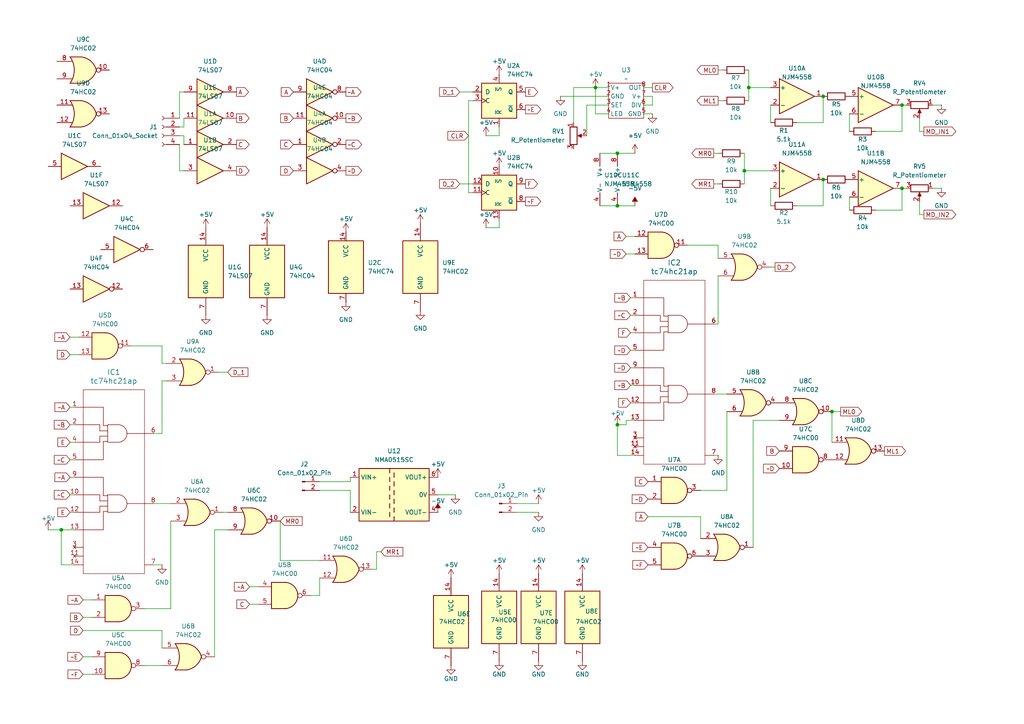
<source format=kicad_sch>
(kicad_sch (version 20231120) (generator "eeschema") (generator_version "8.0")
  (paper "A4")
  (junction (at 179.07 123.19))
  (junction (at 215.9 49.53))
  (junction (at 241.3 119.38))
  (junction (at 238.76 27.94))
  (junction (at 261.62 30.48))
  (junction (at 217.17 25.4))
  (junction (at 179.07 59.69))
  (junction (at 238.76 52.07))
  (junction (at 172.72 25.4))
  (junction (at 179.07 44.45))
  (junction (at 17.78 153.67))
  (junction (at 261.62 54.61))
  (wire (pts (xy 21.6154 118.11) (xy 20.3454 118.11)))
  (wire (pts (xy 109.22 160.02) (xy 109.22 165.1)))
  (wire (pts (xy 90.17 172.72) (xy 92.71 172.72)))
  (wire (pts (xy 186.69 30.48) (xy 189.23 30.48)))
  (wire (pts (xy 189.23 30.48) (xy 189.23 27.94)))
  (wire (pts (xy 44.4754 163.83) (xy 46.99 163.83)))
  (wire (pts (xy 181.61 121.92) (xy 184.1754 121.92)))
  (wire (pts (xy 173.99 44.45) (xy 179.07 44.45)))
  (wire (pts (xy 21.6154 143.51) (xy 20.3454 143.51)))
  (wire (pts (xy 13.97 153.67) (xy 17.78 153.67)))
  (wire (pts (xy 241.3 119.38) (xy 241.3 128.27)))
  (wire (pts (xy 181.61 123.19) (xy 181.61 121.92)))
  (wire (pts (xy 218.44 121.92) (xy 218.44 158.75)))
  (wire (pts (xy 184.1754 106.68) (xy 182.9054 106.68)))
  (wire (pts (xy 17.78 153.67) (xy 17.78 163.83)))
  (wire (pts (xy 20.32 102.87) (xy 22.86 102.87)))
  (wire (pts (xy 181.61 68.58) (xy 184.15 68.58)))
  (wire (pts (xy 266.7 62.23) (xy 266.7 58.42)))
  (wire (pts (xy 270.51 30.48) (xy 273.05 30.48)))
  (wire (pts (xy 72.39 175.26) (xy 74.93 175.26)))
  (wire (pts (xy 21.6154 123.19) (xy 20.3454 123.19)))
  (wire (pts (xy 166.37 25.4) (xy 172.72 25.4)))
  (wire (pts (xy 24.13 182.88) (xy 46.99 182.88)))
  (wire (pts (xy 52.07 26.67) (xy 53.34 26.67)))
  (wire (pts (xy 217.17 29.21) (xy 217.17 25.4)))
  (wire (pts (xy 101.6 142.24) (xy 101.6 148.59)))
  (wire (pts (xy 49.53 151.13) (xy 49.53 176.53)))
  (wire (pts (xy 208.28 80.01) (xy 208.28 93.98)))
  (wire (pts (xy 217.17 25.4) (xy 223.52 25.4)))
  (wire (pts (xy 186.69 25.4) (xy 189.23 25.4)))
  (wire (pts (xy 41.91 193.04) (xy 46.99 193.04)))
  (wire (pts (xy 46.99 187.96) (xy 46.99 182.88)))
  (wire (pts (xy 238.76 59.69) (xy 238.76 52.07)))
  (wire (pts (xy 217.17 20.32) (xy 217.17 25.4)))
  (wire (pts (xy 52.07 34.29) (xy 52.07 26.67)))
  (wire (pts (xy 267.97 62.23) (xy 266.7 62.23)))
  (wire (pts (xy 135.89 55.88) (xy 137.16 55.88)))
  (wire (pts (xy 270.51 54.61) (xy 273.05 54.61)))
  (wire (pts (xy 21.6154 128.27) (xy 20.3454 128.27)))
  (wire (pts (xy 241.3 119.38) (xy 243.84 119.38)))
  (wire (pts (xy 208.28 93.98) (xy 207.0354 93.98)))
  (wire (pts (xy 46.99 125.73) (xy 44.4754 125.73)))
  (wire (pts (xy 172.72 33.02) (xy 172.72 25.4)))
  (wire (pts (xy 261.62 30.48) (xy 262.89 30.48)))
  (wire (pts (xy 181.61 123.19) (xy 179.07 123.19)))
  (wire (pts (xy 62.23 153.67) (xy 66.04 153.67)))
  (wire (pts (xy 24.13 173.99) (xy 26.67 173.99)))
  (wire (pts (xy 127 143.51) (xy 132.08 143.51)))
  (wire (pts (xy 218.44 121.92) (xy 226.06 121.92)))
  (wire (pts (xy 44.45 146.05) (xy 49.53 146.05)))
  (wire (pts (xy 186.69 33.02) (xy 189.23 33.02)))
  (wire (pts (xy 208.28 29.21) (xy 209.55 29.21)))
  (wire (pts (xy 231.14 59.69) (xy 238.76 59.69)))
  (wire (pts (xy 261.62 54.61) (xy 262.89 54.61)))
  (wire (pts (xy 173.99 59.69) (xy 179.07 59.69)))
  (wire (pts (xy 21.6154 153.67) (xy 17.78 153.67)))
  (wire (pts (xy 166.37 35.56) (xy 166.37 25.4)))
  (wire (pts (xy 184.1754 91.44) (xy 182.9054 91.44)))
  (wire (pts (xy 184.1754 111.76) (xy 182.9054 111.76)))
  (wire (pts (xy 254 60.96) (xy 261.62 60.96)))
  (wire (pts (xy 199.39 71.12) (xy 208.28 71.12)))
  (wire (pts (xy 203.2 149.86) (xy 203.2 156.21)))
  (wire (pts (xy 266.7 38.1) (xy 266.7 34.29)))
  (wire (pts (xy 109.22 165.1) (xy 107.95 165.1)))
  (wire (pts (xy 215.9 49.53) (xy 223.52 49.53)))
  (wire (pts (xy 140.97 66.04) (xy 144.78 66.04)))
  (wire (pts (xy 52.07 36.83) (xy 53.34 36.83)))
  (wire (pts (xy 17.78 163.83) (xy 21.6154 163.83)))
  (wire (pts (xy 179.07 123.19) (xy 179.07 132.08)))
  (wire (pts (xy 137.16 29.21) (xy 135.89 29.21)))
  (wire (pts (xy 21.6154 148.59) (xy 20.3454 148.59)))
  (wire (pts (xy 162.56 27.94) (xy 176.53 27.94)))
  (wire (pts (xy 24.13 179.07) (xy 26.67 179.07)))
  (wire (pts (xy 179.07 44.45) (xy 184.15 44.45)))
  (wire (pts (xy 52.07 49.53) (xy 53.34 49.53)))
  (wire (pts (xy 170.18 39.37) (xy 170.18 30.48)))
  (wire (pts (xy 223.52 77.47) (xy 224.79 77.47)))
  (wire (pts (xy 49.53 176.53) (xy 41.91 176.53)))
  (wire (pts (xy 21.6154 138.43) (xy 20.3454 138.43)))
  (wire (pts (xy 210.82 119.38) (xy 210.82 142.24)))
  (wire (pts (xy 46.99 100.33) (xy 38.1 100.33)))
  (wire (pts (xy 179.07 59.69) (xy 184.15 59.69)))
  (wire (pts (xy 46.99 110.49) (xy 46.99 125.73)))
  (wire (pts (xy 179.07 132.08) (xy 184.1754 132.08)))
  (wire (pts (xy 135.89 29.21) (xy 135.89 55.88)))
  (wire (pts (xy 261.62 30.48) (xy 261.62 38.1)))
  (wire (pts (xy 223.52 30.48) (xy 223.52 35.56)))
  (wire (pts (xy 172.72 25.4) (xy 176.53 25.4)))
  (wire (pts (xy 92.71 139.7) (xy 101.6 139.7)))
  (wire (pts (xy 184.1754 116.84) (xy 182.9054 116.84)))
  (wire (pts (xy 101.6 139.7) (xy 101.6 138.43)))
  (wire (pts (xy 64.77 148.59) (xy 66.04 148.59)))
  (wire (pts (xy 210.82 142.24) (xy 203.2 142.24)))
  (wire (pts (xy 53.34 39.37) (xy 53.34 41.91)))
  (wire (pts (xy 62.23 190.5) (xy 62.23 153.67)))
  (wire (pts (xy 184.1754 101.6) (xy 182.9054 101.6)))
  (wire (pts (xy 176.53 33.02) (xy 172.72 33.02)))
  (wire (pts (xy 231.14 35.56) (xy 238.76 35.56)))
  (wire (pts (xy 149.86 148.59) (xy 156.21 148.59)))
  (wire (pts (xy 208.28 20.32) (xy 209.55 20.32)))
  (wire (pts (xy 140.97 39.37) (xy 144.78 39.37)))
  (wire (pts (xy 133.35 26.67) (xy 137.16 26.67)))
  (wire (pts (xy 66.04 107.95) (xy 63.5 107.95)))
  (wire (pts (xy 149.86 146.05) (xy 156.21 146.05)))
  (wire (pts (xy 266.7 38.1) (xy 267.97 38.1)))
  (wire (pts (xy 170.18 30.48) (xy 176.53 30.48)))
  (wire (pts (xy 208.28 71.12) (xy 208.28 74.93)))
  (wire (pts (xy 207.0354 132.08) (xy 208.28 132.08)))
  (wire (pts (xy 207.01 53.34) (xy 208.28 53.34)))
  (wire (pts (xy 223.52 54.61) (xy 223.52 59.69)))
  (wire (pts (xy 215.9 49.53) (xy 215.9 53.34)))
  (wire (pts (xy 52.07 41.91) (xy 52.07 49.53)))
  (wire (pts (xy 53.34 39.37) (xy 52.07 39.37)))
  (wire (pts (xy 53.34 36.83) (xy 53.34 34.29)))
  (wire (pts (xy 24.13 190.5) (xy 26.67 190.5)))
  (wire (pts (xy 184.1754 96.52) (xy 182.9054 96.52)))
  (wire (pts (xy 72.39 170.18) (xy 74.93 170.18)))
  (wire (pts (xy 246.38 33.02) (xy 246.38 38.1)))
  (wire (pts (xy 187.96 149.86) (xy 203.2 149.86)))
  (wire (pts (xy 207.01 114.3) (xy 210.82 114.3)))
  (wire (pts (xy 144.78 39.37) (xy 144.78 36.83)))
  (wire (pts (xy 46.99 110.49) (xy 48.26 110.49)))
  (wire (pts (xy 20.32 97.79) (xy 22.86 97.79)))
  (wire (pts (xy 184.1754 86.36) (xy 182.9054 86.36)))
  (wire (pts (xy 92.71 142.24) (xy 101.6 142.24)))
  (wire (pts (xy 186.69 27.94) (xy 189.23 27.94)))
  (wire (pts (xy 21.6154 133.35) (xy 20.3454 133.35)))
  (wire (pts (xy 254 38.1) (xy 261.62 38.1)))
  (wire (pts (xy 246.38 57.15) (xy 246.38 60.96)))
  (wire (pts (xy 181.61 73.66) (xy 184.15 73.66)))
  (wire (pts (xy 144.78 66.04) (xy 144.78 63.5)))
  (wire (pts (xy 81.28 162.56) (xy 92.71 162.56)))
  (wire (pts (xy 46.99 105.41) (xy 48.26 105.41)))
  (wire (pts (xy 24.13 195.58) (xy 26.67 195.58)))
  (wire (pts (xy 46.99 105.41) (xy 46.99 100.33)))
  (wire (pts (xy 215.9 44.45) (xy 215.9 49.53)))
  (wire (pts (xy 238.76 35.56) (xy 238.76 27.94)))
  (wire (pts (xy 109.22 160.02) (xy 110.49 160.02)))
  (wire (pts (xy 207.01 44.45) (xy 208.28 44.45)))
  (wire (pts (xy 133.35 53.34) (xy 137.16 53.34)))
  (wire (pts (xy 92.71 172.72) (xy 92.71 167.64)))
  (wire (pts (xy 81.28 151.13) (xy 81.28 162.56)))
  (wire (pts (xy 261.62 54.61) (xy 261.62 60.96)))
  (global_label "ML1" (shape output) (at 256.54 130.81 0) (property "Intersheetrefs" "${INTERSHEET_REFS}" (effects (hide yes))))
  (global_label "~D" (shape input) (at 187.96 144.78 180) (property "Intersheetrefs" "${INTERSHEET_REFS}" (effects (hide yes))))
  (global_label "A" (shape input) (at 181.61 68.58 180) (property "Intersheetrefs" "${INTERSHEET_REFS}" (effects (hide yes))))
  (global_label "E" (shape output) (at 152.4 26.67 0) (property "Intersheetrefs" "${INTERSHEET_REFS}" (effects (hide yes))))
  (global_label "D_1" (shape input) (at 66.04 107.95 0) (property "Intersheetrefs" "${INTERSHEET_REFS}" (effects (hide yes))))
  (global_label "B" (shape input) (at 226.06 130.81 180) (property "Intersheetrefs" "${INTERSHEET_REFS}" (effects (hide yes))))
  (global_label "D" (shape input) (at 20.32 102.87 180) (property "Intersheetrefs" "${INTERSHEET_REFS}" (effects (hide yes))))
  (global_label "~E" (shape output) (at 152.4 31.75 0) (property "Intersheetrefs" "${INTERSHEET_REFS}" (effects (hide yes))))
  (global_label "MR1" (shape output) (at 207.01 53.34 180) (property "Intersheetrefs" "${INTERSHEET_REFS}" (effects (hide yes))))
  (global_label "B" (shape output) (at 68.58 34.29 0) (property "Intersheetrefs" "${INTERSHEET_REFS}" (effects (hide yes))))
  (global_label "~F" (shape output) (at 152.4 58.42 0) (property "Intersheetrefs" "${INTERSHEET_REFS}" (effects (hide yes))))
  (global_label "~A" (shape output) (at 100.33 26.67 0) (property "Intersheetrefs" "${INTERSHEET_REFS}" (effects (hide yes))))
  (global_label "A" (shape output) (at 68.58 26.67 0) (property "Intersheetrefs" "${INTERSHEET_REFS}" (effects (hide yes))))
  (global_label "B" (shape input) (at 85.09 34.29 180) (property "Intersheetrefs" "${INTERSHEET_REFS}" (effects (hide yes))))
  (global_label "F" (shape input) (at 182.9054 96.52 180) (property "Intersheetrefs" "${INTERSHEET_REFS}" (effects (hide yes))))
  (global_label "~D" (shape input) (at 182.9054 101.6 180) (property "Intersheetrefs" "${INTERSHEET_REFS}" (effects (hide yes))))
  (global_label "CLR" (shape input) (at 135.89 39.37 180) (property "Intersheetrefs" "${INTERSHEET_REFS}" (effects (hide yes))))
  (global_label "ML1" (shape output) (at 208.28 29.21 180) (property "Intersheetrefs" "${INTERSHEET_REFS}" (effects (hide yes))))
  (global_label "~B" (shape input) (at 20.3454 123.19 180) (property "Intersheetrefs" "${INTERSHEET_REFS}" (effects (hide yes))))
  (global_label "D_2" (shape output) (at 224.79 77.47 0) (property "Intersheetrefs" "${INTERSHEET_REFS}" (effects (hide yes))))
  (global_label "D" (shape input) (at 24.13 182.88 180) (property "Intersheetrefs" "${INTERSHEET_REFS}" (effects (hide yes))))
  (global_label "~F" (shape input) (at 24.13 195.58 180) (property "Intersheetrefs" "${INTERSHEET_REFS}" (effects (hide yes))))
  (global_label "E" (shape input) (at 20.3454 148.59 180) (property "Intersheetrefs" "${INTERSHEET_REFS}" (effects (hide yes))))
  (global_label "ML0" (shape output) (at 208.28 20.32 180) (property "Intersheetrefs" "${INTERSHEET_REFS}" (effects (hide yes))))
  (global_label "C" (shape input) (at 72.39 175.26 180) (property "Intersheetrefs" "${INTERSHEET_REFS}" (effects (hide yes))))
  (global_label "A" (shape input) (at 85.09 26.67 180) (property "Intersheetrefs" "${INTERSHEET_REFS}" (effects (hide yes))))
  (global_label "ML0" (shape output) (at 243.84 119.38 0) (property "Intersheetrefs" "${INTERSHEET_REFS}" (effects (hide yes))))
  (global_label "D" (shape input) (at 85.09 49.53 180) (property "Intersheetrefs" "${INTERSHEET_REFS}" (effects (hide yes))))
  (global_label "~C" (shape input) (at 20.3454 133.35 180) (property "Intersheetrefs" "${INTERSHEET_REFS}" (effects (hide yes))))
  (global_label "F" (shape output) (at 152.4 53.34 0) (property "Intersheetrefs" "${INTERSHEET_REFS}" (effects (hide yes))))
  (global_label "~B" (shape input) (at 182.9054 86.36 180) (property "Intersheetrefs" "${INTERSHEET_REFS}" (effects (hide yes))))
  (global_label "E" (shape input) (at 20.3454 128.27 180) (property "Intersheetrefs" "${INTERSHEET_REFS}" (effects (hide yes))))
  (global_label "~D" (shape output) (at 100.33 49.53 0) (property "Intersheetrefs" "${INTERSHEET_REFS}" (effects (hide yes))))
  (global_label "~E" (shape input) (at 24.13 190.5 180) (property "Intersheetrefs" "${INTERSHEET_REFS}" (effects (hide yes))))
  (global_label "~E" (shape input) (at 187.96 158.75 180) (property "Intersheetrefs" "${INTERSHEET_REFS}" (effects (hide yes))))
  (global_label "MD_IN2" (shape output) (at 267.97 62.23 0) (property "Intersheetrefs" "${INTERSHEET_REFS}" (effects (hide yes))))
  (global_label "D_2" (shape input) (at 133.35 53.34 180) (property "Intersheetrefs" "${INTERSHEET_REFS}" (effects (hide yes))))
  (global_label "C" (shape output) (at 68.58 41.91 0) (property "Intersheetrefs" "${INTERSHEET_REFS}" (effects (hide yes))))
  (global_label "~C" (shape output) (at 100.33 41.91 0) (property "Intersheetrefs" "${INTERSHEET_REFS}" (effects (hide yes))))
  (global_label "~A" (shape input) (at 20.32 97.79 180) (property "Intersheetrefs" "${INTERSHEET_REFS}" (effects (hide yes))))
  (global_label "F" (shape input) (at 182.9054 116.84 180) (property "Intersheetrefs" "${INTERSHEET_REFS}" (effects (hide yes))))
  (global_label "CLR" (shape output) (at 189.23 25.4 0) (property "Intersheetrefs" "${INTERSHEET_REFS}" (effects (hide yes))))
  (global_label "~D" (shape input) (at 226.06 135.89 180) (property "Intersheetrefs" "${INTERSHEET_REFS}" (effects (hide yes))))
  (global_label "~A" (shape input) (at 72.39 170.18 180) (property "Intersheetrefs" "${INTERSHEET_REFS}" (effects (hide yes))))
  (global_label "~B" (shape input) (at 182.9054 111.76 180) (property "Intersheetrefs" "${INTERSHEET_REFS}" (effects (hide yes))))
  (global_label "MR0" (shape output) (at 207.01 44.45 180) (property "Intersheetrefs" "${INTERSHEET_REFS}" (effects (hide yes))))
  (global_label "~C" (shape input) (at 182.9054 91.44 180) (property "Intersheetrefs" "${INTERSHEET_REFS}" (effects (hide yes))))
  (global_label "~A" (shape input) (at 20.3454 138.43 180) (property "Intersheetrefs" "${INTERSHEET_REFS}" (effects (hide yes))))
  (global_label "MR1" (shape input) (at 110.49 160.02 0) (property "Intersheetrefs" "${INTERSHEET_REFS}" (effects (hide yes))))
  (global_label "~D" (shape input) (at 181.61 73.66 180) (property "Intersheetrefs" "${INTERSHEET_REFS}" (effects (hide yes))))
  (global_label "MR0" (shape input) (at 81.28 151.13 0) (property "Intersheetrefs" "${INTERSHEET_REFS}" (effects (hide yes))))
  (global_label "A" (shape input) (at 187.96 149.86 180) (property "Intersheetrefs" "${INTERSHEET_REFS}" (effects (hide yes))))
  (global_label "~D" (shape input) (at 182.9054 106.68 180) (property "Intersheetrefs" "${INTERSHEET_REFS}" (effects (hide yes))))
  (global_label "C" (shape input) (at 85.09 41.91 180) (property "Intersheetrefs" "${INTERSHEET_REFS}" (effects (hide yes))))
  (global_label "C" (shape input) (at 187.96 139.7 180) (property "Intersheetrefs" "${INTERSHEET_REFS}" (effects (hide yes))))
  (global_label "B" (shape input) (at 24.13 179.07 180) (property "Intersheetrefs" "${INTERSHEET_REFS}" (effects (hide yes))))
  (global_label "~A" (shape input) (at 24.13 173.99 180) (property "Intersheetrefs" "${INTERSHEET_REFS}" (effects (hide yes))))
  (global_label "MD_IN1" (shape output) (at 267.97 38.1 0) (property "Intersheetrefs" "${INTERSHEET_REFS}" (effects (hide yes))))
  (global_label "D" (shape output) (at 68.58 49.53 0) (property "Intersheetrefs" "${INTERSHEET_REFS}" (effects (hide yes))))
  (global_label "~A" (shape input) (at 20.3454 118.11 180) (property "Intersheetrefs" "${INTERSHEET_REFS}" (effects (hide yes))))
  (global_label "~C" (shape input) (at 20.3454 143.51 180) (property "Intersheetrefs" "${INTERSHEET_REFS}" (effects (hide yes))))
  (global_label "~F" (shape input) (at 187.96 163.83 180) (property "Intersheetrefs" "${INTERSHEET_REFS}" (effects (hide yes))))
  (global_label "~B" (shape output) (at 100.33 34.29 0) (property "Intersheetrefs" "${INTERSHEET_REFS}" (effects (hide yes))))
  (global_label "D_1" (shape input) (at 133.35 26.67 180) (property "Intersheetrefs" "${INTERSHEET_REFS}" (effects (hide yes))))
  (symbol (lib_id "74xx:74HC04") (at 92.71 41.91 0) (unit 1)
    (property "Reference" "U4" (at 92.71 33.02 0))
    (property "Value" "74HC04" (at 92.71 35.56 0))
    (property "Footprint" "Package_DIP:DIP-14_W7.62mm_Socket" (effects (hide yes)))
    (property "Datasheet" "https://assets.nexperia.com/documents/data-sheet/74HC_HCT04.pdf" (effects (hide yes)))
    (property "Description" "Hex Inverter" (effects (hide yes)))
  )
  (symbol (lib_id "power:+5V") (at 179.07 123.19 0) (unit 1)
    (property "Reference" "#PWR07" (effects (hide yes)))
    (property "Value" "+5V" (at 179.07 119.888 0))
    (property "Description" "Power symbol creates a global label with name \"+5V\"" (effects (hide yes)))
  )
  (symbol (lib_id "power:GND") (at 156.21 191.77 0) (unit 1)
    (property "Reference" "#PWR026" (effects (hide yes)))
    (property "Value" "GND" (at 156.21 195.58 0))
    (property "Description" "Power symbol creates a global label with name \"GND\" , ground" (effects (hide yes)))
  )
  (symbol (lib_id "power:GND") (at 168.91 191.77 0) (unit 1)
    (property "Reference" "#PWR027" (effects (hide yes)))
    (property "Value" "GND" (at 168.91 195.58 0))
    (property "Description" "Power symbol creates a global label with name \"GND\" , ground" (effects (hide yes)))
  )
  (symbol (lib_id "power:+5V") (at 77.47 66.04 0) (unit 1)
    (property "Reference" "#PWR013" (effects (hide yes)))
    (property "Value" "+5V" (at 77.47 62.23 0))
    (property "Description" "Power symbol creates a global label with name \"+5V\"" (effects (hide yes)))
  )
  (symbol (lib_id "Amplifier_Operational:NJM4558") (at 254 30.48 0) (unit 2)
    (property "Reference" "U10" (at 254 22.352 0))
    (property "Value" "NJM4558" (at 254 24.892 0))
    (property "Footprint" "Package_DIP:DIP-8_W7.62mm_Socket" (effects (hide yes)))
    (property "Datasheet" "http://www.njr.com/semicon/PDF/NJM4558_NJM4559_E.pdf" (effects (hide yes)))
    (property "Description" "Dual Operational Amplifier, DIP-8/DMP-8/SIP-8/SOP-8/SSOP-8" (effects (hide yes)))
  )
  (symbol (lib_id "74xx:74HC00") (at 30.48 100.33 0) (unit 4)
    (property "Reference" "U5" (at 30.4717 91.44 0))
    (property "Value" "74HC00" (at 30.4717 93.98 0))
    (property "Footprint" "Package_DIP:DIP-14_W7.62mm_Socket" (effects (hide yes)))
    (property "Datasheet" "http://www.ti.com/lit/gpn/sn74hc00" (effects (hide yes)))
    (property "Description" "quad 2-input NAND gate" (effects (hide yes)))
  )
  (symbol (lib_id "power:+5V") (at 100.33 67.31 0) (unit 1)
    (property "Reference" "#PWR014" (effects (hide yes)))
    (property "Value" "+5V" (at 100.33 63.5 0))
    (property "Description" "Power symbol creates a global label with name \"+5V\"" (effects (hide yes)))
  )
  (symbol (lib_id "74xx:74HC00") (at 156.21 179.07 0) (unit 5)
    (property "Reference" "U7" (at 156.464 177.8 0) (effects (justify left)))
    (property "Value" "74HC00" (at 154.432 180.34 0) (effects (justify left)))
    (property "Footprint" "Package_DIP:DIP-14_W7.62mm_Socket" (effects (hide yes)))
    (property "Datasheet" "http://www.ti.com/lit/gpn/sn74hc00" (effects (hide yes)))
    (property "Description" "quad 2-input NAND gate" (effects (hide yes)))
  )
  (symbol (lib_id "Connector:Conn_01x04_Socket") (at 46.99 36.83 0) (mirror y) (unit 1)
    (property "Reference" "J1" (at 45.72 36.8299 0) (effects (justify left)))
    (property "Value" "Conn_01x04_Socket" (at 45.72 39.3699 0) (effects (justify left)))
    (property "Footprint" "Connector_PinSocket_2.54mm:PinSocket_1x04_P2.54mm_Vertical" (effects (hide yes)))
    (property "Description" "Generic connector, single row, 01x04, script generated" (effects (hide yes)))
  )
  (symbol (lib_id "74xx:74HC04") (at 36.83 72.39 0) (unit 3)
    (property "Reference" "U4" (at 36.83 63.5 0))
    (property "Value" "74HC04" (at 36.83 66.04 0))
    (property "Footprint" "Package_DIP:DIP-14_W7.62mm_Socket" (effects (hide yes)))
    (property "Datasheet" "https://assets.nexperia.com/documents/data-sheet/74HC_HCT04.pdf" (effects (hide yes)))
    (property "Description" "Hex Inverter" (effects (hide yes)))
  )
  (symbol (lib_id "自作:LTC1799") (at 181.61 29.21 0) (unit 1)
    (property "Reference" "U3" (at 181.61 20.32 0))
    (property "Value" "~" (at 181.61 22.86 0))
    (property "Footprint" "Package_DIP:DIP-8_W7.62mm_Socket" (effects (hide yes)))
  )
  (symbol (lib_id "74xx:74HC02") (at 100.33 165.1 0) (unit 4)
    (property "Reference" "U6" (at 100.33 156.21 0))
    (property "Value" "74HC02" (at 100.33 158.75 0))
    (property "Footprint" "Package_DIP:DIP-14_W7.62mm_Socket" (effects (hide yes)))
    (property "Datasheet" "http://www.ti.com/lit/gpn/sn74hc02" (effects (hide yes)))
    (property "Description" "quad 2-input NOR gate" (effects (hide yes)))
  )
  (symbol (lib_id "Device:R_Potentiometer") (at 266.7 54.61 270) (unit 1)
    (property "Reference" "RV5" (at 266.7 48.26 90))
    (property "Value" "R_Potentiometer" (at 266.7 50.8 90))
    (property "Footprint" "Potentiometer_THT:Potentiometer_Bourns_3296X_Horizontal" (effects (hide yes)))
    (property "Description" "Potentiometer" (effects (hide yes)))
  )
  (symbol (lib_id "power:+5V") (at 59.69 66.04 0) (unit 1)
    (property "Reference" "#PWR012" (effects (hide yes)))
    (property "Value" "+5V" (at 59.69 62.23 0))
    (property "Description" "Power symbol creates a global label with name \"+5V\"" (effects (hide yes)))
  )
  (symbol (lib_id "Device:R_Potentiometer") (at 166.37 39.37 0) (unit 1)
    (property "Reference" "RV1" (at 163.83 38.0999 0) (effects (justify right)))
    (property "Value" "R_Potentiometer" (at 163.83 40.6399 0) (effects (justify right)))
    (property "Footprint" "Potentiometer_THT:Potentiometer_Bourns_3296X_Horizontal" (effects (hide yes)))
    (property "Description" "Potentiometer" (effects (hide yes)))
  )
  (symbol (lib_id "74HC:tc74hc21ap") (at 24.13 113.03 0) (unit 1)
    (property "Reference" "IC1" (at 33.02 107.95 0) (effects (font (size 1.524 1.524))))
    (property "Value" "tc74hc21ap" (at 33.02 110.49 0) (effects (font (size 1.524 1.524))))
    (property "Footprint" "Package_DIP:DIP-14_W7.62mm_Socket" (effects (hide yes)))
    (property "Datasheet" "tc74hc21ap" (effects (hide yes)))
  )
  (symbol (lib_id "Device:R") (at 250.19 38.1 90) (unit 1)
    (property "Reference" "R3" (at 250.19 40.386 90))
    (property "Value" "10k" (at 250.19 42.926 90))
    (property "Footprint" "Resistor_THT:R_Axial_DIN0204_L3.6mm_D1.6mm_P5.08mm_Horizontal" (effects (hide yes)))
    (property "Description" "Resistor" (effects (hide yes)))
  )
  (symbol (lib_id "power:GND") (at 100.33 87.63 0) (unit 1)
    (property "Reference" "#PWR022" (effects (hide yes)))
    (property "Value" "GND" (at 100.33 92.71 0))
    (property "Description" "Power symbol creates a global label with name \"GND\" , ground" (effects (hide yes)))
  )
  (symbol (lib_id "74xx:74HC00") (at 195.58 142.24 0) (unit 1)
    (property "Reference" "U7" (at 195.5717 133.35 0))
    (property "Value" "74HC00" (at 195.5717 135.89 0))
    (property "Footprint" "Package_DIP:DIP-14_W7.62mm_Socket" (effects (hide yes)))
    (property "Datasheet" "http://www.ti.com/lit/gpn/sn74hc00" (effects (hide yes)))
    (property "Description" "quad 2-input NAND gate" (effects (hide yes)))
  )
  (symbol (lib_id "Device:R") (at 212.09 53.34 90) (unit 1)
    (property "Reference" "R10" (at 212.09 55.626 90))
    (property "Value" "10k" (at 212.09 58.166 90))
    (property "Footprint" "Resistor_THT:R_Axial_DIN0204_L3.6mm_D1.6mm_P5.08mm_Horizontal" (effects (hide yes)))
    (property "Description" "Resistor" (effects (hide yes)))
  )
  (symbol (lib_id "power:GND") (at 46.99 163.83 0) (unit 1)
    (property "Reference" "#PWR06" (effects (hide yes)))
    (property "Value" "GND" (at 46.99 168.91 0))
    (property "Description" "Power symbol creates a global label with name \"GND\" , ground" (effects (hide yes)))
  )
  (symbol (lib_id "power:+5V") (at 13.97 153.67 0) (unit 1)
    (property "Reference" "#PWR05" (effects (hide yes)))
    (property "Value" "+5V" (at 13.97 150.368 0))
    (property "Description" "Power symbol creates a global label with name \"+5V\"" (effects (hide yes)))
  )
  (symbol (lib_id "power:GND") (at 121.92 90.17 0) (unit 1)
    (property "Reference" "#PWR023" (effects (hide yes)))
    (property "Value" "GND" (at 121.92 95.25 0))
    (property "Description" "Power symbol creates a global label with name \"GND\" , ground" (effects (hide yes)))
  )
  (symbol (lib_id "power:GND") (at 189.23 33.02 0) (unit 1)
    (property "Reference" "#PWR011" (effects (hide yes)))
    (property "Value" "GND" (at 189.23 38.1 0))
    (property "Description" "Power symbol creates a global label with name \"GND\" , ground" (effects (hide yes)))
  )
  (symbol (lib_id "74xx:74HC04") (at 27.94 83.82 0) (unit 6)
    (property "Reference" "U4" (at 27.94 74.93 0))
    (property "Value" "74HC04" (at 27.94 77.47 0))
    (property "Footprint" "Package_DIP:DIP-14_W7.62mm_Socket" (effects (hide yes)))
    (property "Datasheet" "https://assets.nexperia.com/documents/data-sheet/74HC_HCT04.pdf" (effects (hide yes)))
    (property "Description" "Hex Inverter" (effects (hide yes)))
  )
  (symbol (lib_id "power:+5V") (at 121.92 64.77 0) (unit 1)
    (property "Reference" "#PWR015" (effects (hide yes)))
    (property "Value" "+5V" (at 121.92 60.96 0))
    (property "Description" "Power symbol creates a global label with name \"+5V\"" (effects (hide yes)))
  )
  (symbol (lib_id "74xx:74HC02") (at 233.68 119.38 0) (unit 3)
    (property "Reference" "U8" (at 233.68 110.49 0))
    (property "Value" "74HC02" (at 233.68 113.03 0))
    (property "Footprint" "Package_DIP:DIP-14_W7.62mm_Socket" (effects (hide yes)))
    (property "Datasheet" "http://www.ti.com/lit/gpn/sn74hc02" (effects (hide yes)))
    (property "Description" "quad 2-input NOR gate" (effects (hide yes)))
  )
  (symbol (lib_id "74HC:tc74hc21ap") (at 186.69 81.28 0) (unit 1)
    (property "Reference" "IC2" (at 195.58 76.2 0) (effects (font (size 1.524 1.524))))
    (property "Value" "tc74hc21ap" (at 195.58 78.74 0) (effects (font (size 1.524 1.524))))
    (property "Footprint" "Package_DIP:DIP-14_W7.62mm_Socket" (effects (hide yes)))
    (property "Datasheet" "tc74hc21ap" (effects (hide yes)))
  )
  (symbol (lib_id "74xx:74LS07") (at 60.96 49.53 0) (unit 2)
    (property "Reference" "U1" (at 60.96 40.64 0))
    (property "Value" "74LS07" (at 60.96 43.18 0))
    (property "Footprint" "Package_DIP:DIP-14_W7.62mm_Socket" (effects (hide yes)))
    (property "Datasheet" "www.ti.com/lit/ds/symlink/sn74ls07.pdf" (effects (hide yes)))
    (property "Description" "Hex Buffers and Drivers With Open Collector High Voltage Outputs" (effects (hide yes)))
  )
  (symbol (lib_id "power:+5V") (at 156.21 146.05 0) (unit 1)
    (property "Reference" "#PWR035" (effects (hide yes)))
    (property "Value" "+5V" (at 156.21 142.24 0))
    (property "Description" "Power symbol creates a global label with name \"+5V\"" (effects (hide yes)))
  )
  (symbol (lib_id "74xx:74HC74") (at 100.33 77.47 0) (unit 3)
    (property "Reference" "U2" (at 106.68 76.1999 0) (effects (justify left)))
    (property "Value" "74HC74" (at 106.68 78.7399 0) (effects (justify left)))
    (property "Footprint" "Package_DIP:DIP-14_W7.62mm_Socket" (effects (hide yes)))
    (property "Datasheet" "74xx/74hc_hct74.pdf" (effects (hide yes)))
    (property "Description" "Dual D Flip-flop, Set & Reset" (effects (hide yes)))
  )
  (symbol (lib_id "power:GND") (at 208.28 132.08 0) (unit 1)
    (property "Reference" "#PWR08" (effects (hide yes)))
    (property "Value" "GND" (at 208.28 137.16 0))
    (property "Description" "Power symbol creates a global label with name \"GND\" , ground" (effects (hide yes)))
  )
  (symbol (lib_id "74xx:74HC02") (at 24.13 33.02 0) (unit 4)
    (property "Reference" "U9" (at 24.13 24.13 0))
    (property "Value" "74HC02" (at 24.13 26.67 0))
    (property "Footprint" "Package_DIP:DIP-14_W7.62mm_Socket" (effects (hide yes)))
    (property "Datasheet" "http://www.ti.com/lit/gpn/sn74hc02" (effects (hide yes)))
    (property "Description" "quad 2-input NOR gate" (effects (hide yes)))
  )
  (symbol (lib_id "power:GND") (at 162.56 27.94 0) (unit 1)
    (property "Reference" "#PWR04" (effects (hide yes)))
    (property "Value" "GND" (at 162.56 33.02 0))
    (property "Description" "Power symbol creates a global label with name \"GND\" , ground" (effects (hide yes)))
  )
  (symbol (lib_id "74xx:74HC00") (at 233.68 133.35 0) (unit 3)
    (property "Reference" "U7" (at 233.6717 124.46 0))
    (property "Value" "74HC00" (at 233.6717 127 0))
    (property "Footprint" "Package_DIP:DIP-14_W7.62mm_Socket" (effects (hide yes)))
    (property "Datasheet" "http://www.ti.com/lit/gpn/sn74hc00" (effects (hide yes)))
    (property "Description" "quad 2-input NAND gate" (effects (hide yes)))
  )
  (symbol (lib_id "Device:R") (at 250.19 60.96 90) (unit 1)
    (property "Reference" "R4" (at 250.19 63.246 90))
    (property "Value" "10k" (at 250.19 65.786 90))
    (property "Footprint" "Resistor_THT:R_Axial_DIN0204_L3.6mm_D1.6mm_P5.08mm_Horizontal" (effects (hide yes)))
    (property "Description" "Resistor" (effects (hide yes)))
  )
  (symbol (lib_id "power:+5V") (at 140.97 66.04 0) (unit 1)
    (property "Reference" "#PWR010" (effects (hide yes)))
    (property "Value" "+5V" (at 140.97 62.23 0))
    (property "Description" "Power symbol creates a global label with name \"+5V\"" (effects (hide yes)))
  )
  (symbol (lib_id "74xx:74HC04") (at 77.47 78.74 0) (unit 7)
    (property "Reference" "U4" (at 83.82 77.4699 0) (effects (justify left)))
    (property "Value" "74HC04" (at 83.82 80.0099 0) (effects (justify left)))
    (property "Footprint" "Package_DIP:DIP-14_W7.62mm_Socket" (effects (hide yes)))
    (property "Datasheet" "https://assets.nexperia.com/documents/data-sheet/74HC_HCT04.pdf" (effects (hide yes)))
    (property "Description" "Hex Inverter" (effects (hide yes)))
  )
  (symbol (lib_id "74xx:74LS07") (at 21.59 48.26 0) (unit 3)
    (property "Reference" "U1" (at 21.59 39.37 0))
    (property "Value" "74LS07" (at 21.59 41.91 0))
    (property "Footprint" "Package_DIP:DIP-14_W7.62mm_Socket" (effects (hide yes)))
    (property "Datasheet" "www.ti.com/lit/ds/symlink/sn74ls07.pdf" (effects (hide yes)))
    (property "Description" "Hex Buffers and Drivers With Open Collector High Voltage Outputs" (effects (hide yes)))
  )
  (symbol (lib_id "power:GND") (at 273.05 54.61 0) (unit 1)
    (property "Reference" "#PWR030" (effects (hide yes)))
    (property "Value" "GND" (at 273.05 59.69 0))
    (property "Description" "Power symbol creates a global label with name \"GND\" , ground" (effects (hide yes)))
  )
  (symbol (lib_id "Device:R") (at 242.57 52.07 90) (unit 1)
    (property "Reference" "R6" (at 242.57 54.356 90))
    (property "Value" "10k" (at 242.57 56.896 90))
    (property "Footprint" "Resistor_THT:R_Axial_DIN0204_L3.6mm_D1.6mm_P5.08mm_Horizontal" (effects (hide yes)))
    (property "Description" "Resistor" (effects (hide yes)))
  )
  (symbol (lib_id "power:+5V") (at 127 138.43 0) (unit 1)
    (property "Reference" "#PWR032" (effects (hide yes)))
    (property "Value" "+5V" (at 127 134.62 0))
    (property "Description" "Power symbol creates a global label with name \"+5V\"" (effects (hide yes)))
  )
  (symbol (lib_id "Device:R") (at 213.36 20.32 90) (unit 1)
    (property "Reference" "R7" (at 213.36 22.606 90))
    (property "Value" "10k" (at 213.36 25.146 90))
    (property "Footprint" "Resistor_THT:R_Axial_DIN0204_L3.6mm_D1.6mm_P5.08mm_Horizontal" (effects (hide yes)))
    (property "Description" "Resistor" (effects (hide yes)))
  )
  (symbol (lib_id "power:+5V") (at 144.78 166.37 0) (unit 1)
    (property "Reference" "#PWR017" (effects (hide yes)))
    (property "Value" "+5V" (at 144.78 162.56 0))
    (property "Description" "Power symbol creates a global label with name \"+5V\"" (effects (hide yes)))
  )
  (symbol (lib_id "Connector:Conn_01x02_Pin") (at 144.78 146.05 0) (unit 1)
    (property "Reference" "J3" (at 145.415 140.97 0))
    (property "Value" "Conn_01x02_Pin" (at 145.415 143.51 0))
    (property "Footprint" "Connector_PinSocket_2.54mm:PinSocket_1x02_P2.54mm_Vertical" (effects (hide yes)))
    (property "Description" "Generic connector, single row, 01x02, script generated" (effects (hide yes)))
  )
  (symbol (lib_id "74xx:74HC00") (at 195.58 161.29 0) (unit 2)
    (property "Reference" "U7" (at 195.5717 152.4 0))
    (property "Value" "74HC00" (at 195.5717 154.94 0))
    (property "Footprint" "Package_DIP:DIP-14_W7.62mm_Socket" (effects (hide yes)))
    (property "Datasheet" "http://www.ti.com/lit/gpn/sn74hc00" (effects (hide yes)))
    (property "Description" "quad 2-input NAND gate" (effects (hide yes)))
  )
  (symbol (lib_id "Device:R") (at 227.33 59.69 90) (unit 1)
    (property "Reference" "R2" (at 227.33 61.722 90))
    (property "Value" "5.1k" (at 227.33 64.262 90))
    (property "Footprint" "Resistor_THT:R_Axial_DIN0204_L3.6mm_D1.6mm_P5.08mm_Horizontal" (effects (hide yes)))
    (property "Description" "Resistor" (effects (hide yes)))
  )
  (symbol (lib_id "74xx:74HC04") (at 92.71 49.53 0) (unit 2)
    (property "Reference" "U4" (at 92.71 40.64 0))
    (property "Value" "74HC04" (at 92.71 43.18 0))
    (property "Footprint" "Package_DIP:DIP-14_W7.62mm_Socket" (effects (hide yes)))
    (property "Datasheet" "https://assets.nexperia.com/documents/data-sheet/74HC_HCT04.pdf" (effects (hide yes)))
    (property "Description" "Hex Inverter" (effects (hide yes)))
  )
  (symbol (lib_id "Device:R") (at 227.33 35.56 90) (unit 1)
    (property "Reference" "R1" (at 227.33 37.846 90))
    (property "Value" "5.1k" (at 227.33 40.386 90))
    (property "Footprint" "Resistor_THT:R_Axial_DIN0204_L3.6mm_D1.6mm_P5.08mm_Horizontal" (effects (hide yes)))
    (property "Description" "Resistor" (effects (hide yes)))
  )
  (symbol (lib_id "Device:R") (at 242.57 27.94 90) (unit 1)
    (property "Reference" "R5" (at 242.57 30.226 90))
    (property "Value" "10k" (at 242.57 32.766 90))
    (property "Footprint" "Resistor_THT:R_Axial_DIN0204_L3.6mm_D1.6mm_P5.08mm_Horizontal" (effects (hide yes)))
    (property "Description" "Resistor" (effects (hide yes)))
  )
  (symbol (lib_id "74xx:74HC02") (at 121.92 77.47 0) (unit 5)
    (property "Reference" "U9" (at 128.27 76.1999 0) (effects (justify left)))
    (property "Value" "74HC02" (at 128.27 78.7399 0) (effects (justify left)))
    (property "Footprint" "Package_DIP:DIP-14_W7.62mm_Socket" (effects (hide yes)))
    (property "Datasheet" "http://www.ti.com/lit/gpn/sn74hc02" (effects (hide yes)))
    (property "Description" "quad 2-input NOR gate" (effects (hide yes)))
  )
  (symbol (lib_id "74xx:74HC00") (at 82.55 172.72 0) (unit 2)
    (property "Reference" "U5" (at 82.5417 163.83 0))
    (property "Value" "74HC00" (at 82.5417 166.37 0))
    (property "Footprint" "Package_DIP:DIP-14_W7.62mm_Socket" (effects (hide yes)))
    (property "Datasheet" "http://www.ti.com/lit/gpn/sn74hc00" (effects (hide yes)))
    (property "Description" "quad 2-input NAND gate" (effects (hide yes)))
  )
  (symbol (lib_id "74xx:74LS07") (at 27.94 59.69 0) (unit 6)
    (property "Reference" "U1" (at 27.94 50.8 0))
    (property "Value" "74LS07" (at 27.94 53.34 0))
    (property "Footprint" "Package_DIP:DIP-14_W7.62mm_Socket" (effects (hide yes)))
    (property "Datasheet" "www.ti.com/lit/ds/symlink/sn74ls07.pdf" (effects (hide yes)))
    (property "Description" "Hex Buffers and Drivers With Open Collector High Voltage Outputs" (effects (hide yes)))
  )
  (symbol (lib_id "power:+5V") (at 144.78 48.26 0) (unit 1)
    (property "Reference" "#PWR02" (effects (hide yes)))
    (property "Value" "+5V" (at 144.78 44.45 0))
    (property "Description" "Power symbol creates a global label with name \"+5V\"" (effects (hide yes)))
  )
  (symbol (lib_id "power:+5V") (at 184.15 44.45 0) (unit 1)
    (property "Reference" "#PWR028" (effects (hide yes)))
    (property "Value" "+5V" (at 184.15 39.37 0))
    (property "Description" "Power symbol creates a global label with name \"+5V\"" (effects (hide yes)))
  )
  (symbol (lib_id "74xx:74HC00") (at 34.29 176.53 0) (unit 1)
    (property "Reference" "U5" (at 34.2817 167.64 0))
    (property "Value" "74HC00" (at 34.2817 170.18 0))
    (property "Footprint" "Package_DIP:DIP-14_W7.62mm_Socket" (effects (hide yes)))
    (property "Datasheet" "http://www.ti.com/lit/gpn/sn74hc00" (effects (hide yes)))
    (property "Description" "quad 2-input NAND gate" (effects (hide yes)))
  )
  (symbol (lib_id "Connector:Conn_01x02_Pin") (at 87.63 139.7 0) (unit 1)
    (property "Reference" "J2" (at 88.265 134.62 0))
    (property "Value" "Conn_01x02_Pin" (at 88.265 137.16 0))
    (property "Footprint" "Connector_PinSocket_2.54mm:PinSocket_1x02_P2.54mm_Vertical" (effects (hide yes)))
    (property "Description" "Generic connector, single row, 01x02, script generated" (effects (hide yes)))
  )
  (symbol (lib_id "74xx:74LS07") (at 60.96 41.91 0) (unit 1)
    (property "Reference" "U1" (at 60.96 33.02 0))
    (property "Value" "74LS07" (at 60.96 35.56 0))
    (property "Footprint" "Package_DIP:DIP-14_W7.62mm_Socket" (effects (hide yes)))
    (property "Datasheet" "www.ti.com/lit/ds/symlink/sn74ls07.pdf" (effects (hide yes)))
    (property "Description" "Hex Buffers and Drivers With Open Collector High Voltage Outputs" (effects (hide yes)))
  )
  (symbol (lib_id "power:+5V") (at 130.81 167.64 0) (unit 1)
    (property "Reference" "#PWR016" (effects (hide yes)))
    (property "Value" "+5V" (at 130.81 163.83 0))
    (property "Description" "Power symbol creates a global label with name \"+5V\"" (effects (hide yes)))
  )
  (symbol (lib_id "74xx:74HC00") (at 191.77 71.12 0) (unit 4)
    (property "Reference" "U7" (at 191.7617 62.23 0))
    (property "Value" "74HC00" (at 191.7617 64.77 0))
    (property "Footprint" "Package_DIP:DIP-14_W7.62mm_Socket" (effects (hide yes)))
    (property "Datasheet" "http://www.ti.com/lit/gpn/sn74hc00" (effects (hide yes)))
    (property "Description" "quad 2-input NAND gate" (effects (hide yes)))
  )
  (symbol (lib_id "power:GND") (at 132.08 143.51 0) (unit 1)
    (property "Reference" "#PWR034" (effects (hide yes)))
    (property "Value" "GND" (at 132.08 148.59 0))
    (property "Description" "Power symbol creates a global label with name \"GND\" , ground" (effects (hide yes)))
  )
  (symbol (lib_id "74xx:74HC02") (at 168.91 179.07 0) (unit 5)
    (property "Reference" "U8" (at 169.672 177.292 0) (effects (justify left)))
    (property "Value" "74HC02" (at 166.878 180.34 0) (effects (justify left)))
    (property "Footprint" "Package_DIP:DIP-14_W7.62mm_Socket" (effects (hide yes)))
    (property "Datasheet" "http://www.ti.com/lit/gpn/sn74hc02" (effects (hide yes)))
    (property "Description" "quad 2-input NOR gate" (effects (hide yes)))
  )
  (symbol (lib_id "Regulator_Switching:NMA0515SC") (at 114.3 143.51 0) (unit 1)
    (property "Reference" "U12" (at 114.3 130.81 0))
    (property "Value" "NMA0515SC" (at 114.3 133.35 0))
    (property "Footprint" "Converter_DCDC:Converter_DCDC_Murata_NMAxxxxSC_THT" (effects (hide yes)))
    (property "Datasheet" "http://power.murata.com/data/power/ncl/kdc_nma.pdf" (effects (hide yes)))
    (property "Description" "+/-33mA Isolated 1W Dual output DC/DC Converter Module, 5V Input Voltage, +/-15V Output Voltage, SIP3" (effects (hide yes)))
  )
  (symbol (lib_id "power:+5V") (at 140.97 39.37 0) (unit 1)
    (property "Reference" "#PWR09" (effects (hide yes)))
    (property "Value" "+5V" (at 140.97 35.56 0))
    (property "Description" "Power symbol creates a global label with name \"+5V\"" (effects (hide yes)))
  )
  (symbol (lib_id "74xx:74LS07") (at 59.69 78.74 0) (unit 7)
    (property "Reference" "U1" (at 66.04 77.4699 0) (effects (justify left)))
    (property "Value" "74LS07" (at 66.04 80.0099 0) (effects (justify left)))
    (property "Footprint" "Package_DIP:DIP-14_W7.62mm_Socket" (effects (hide yes)))
    (property "Datasheet" "www.ti.com/lit/ds/symlink/sn74ls07.pdf" (effects (hide yes)))
    (property "Description" "Hex Buffers and Drivers With Open Collector High Voltage Outputs" (effects (hide yes)))
  )
  (symbol (lib_id "power:GND") (at 130.81 193.04 0) (unit 1)
    (property "Reference" "#PWR024" (effects (hide yes)))
    (property "Value" "GND" (at 130.81 196.85 0))
    (property "Description" "Power symbol creates a global label with name \"GND\" , ground" (effects (hide yes)))
  )
  (symbol (lib_id "74xx:74HC00") (at 144.78 179.07 0) (unit 5)
    (property "Reference" "U5" (at 144.526 177.546 0) (effects (justify left)))
    (property "Value" "74HC00" (at 142.24 179.832 0) (effects (justify left)))
    (property "Footprint" "Package_DIP:DIP-14_W7.62mm_Socket" (effects (hide yes)))
    (property "Datasheet" "http://www.ti.com/lit/gpn/sn74hc00" (effects (hide yes)))
    (property "Description" "quad 2-input NAND gate" (effects (hide yes)))
  )
  (symbol (lib_id "74xx:74HC02") (at 57.15 148.59 0) (unit 1)
    (property "Reference" "U6" (at 57.15 139.7 0))
    (property "Value" "74HC02" (at 57.15 142.24 0))
    (property "Footprint" "Package_DIP:DIP-14_W7.62mm_Socket" (effects (hide yes)))
    (property "Datasheet" "http://www.ti.com/lit/gpn/sn74hc02" (effects (hide yes)))
    (property "Description" "quad 2-input NOR gate" (effects (hide yes)))
  )
  (symbol (lib_id "74xx:74HC04") (at 92.71 34.29 0) (unit 5)
    (property "Reference" "U4" (at 92.71 25.4 0))
    (property "Value" "74HC04" (at 92.71 27.94 0))
    (property "Footprint" "Package_DIP:DIP-14_W7.62mm_Socket" (effects (hide yes)))
    (property "Datasheet" "https://assets.nexperia.com/documents/data-sheet/74HC_HCT04.pdf" (effects (hide yes)))
    (property "Description" "Hex Inverter" (effects (hide yes)))
  )
  (symbol (lib_id "power:+5V") (at 144.78 21.59 0) (unit 1)
    (property "Reference" "#PWR01" (effects (hide yes)))
    (property "Value" "+5V" (at 144.78 17.78 0))
    (property "Description" "Power symbol creates a global label with name \"+5V\"" (effects (hide yes)))
  )
  (symbol (lib_id "power:GND") (at 77.47 91.44 0) (unit 1)
    (property "Reference" "#PWR021" (effects (hide yes)))
    (property "Value" "GND" (at 77.47 96.52 0))
    (property "Description" "Power symbol creates a global label with name \"GND\" , ground" (effects (hide yes)))
  )
  (symbol (lib_id "Amplifier_Operational:NJM4558") (at 231.14 52.07 0) (unit 1)
    (property "Reference" "U11" (at 231.14 41.91 0))
    (property "Value" "NJM4558" (at 231.14 44.45 0))
    (property "Footprint" "Package_DIP:DIP-8_W7.62mm_Socket" (effects (hide yes)))
    (property "Datasheet" "http://www.njr.com/semicon/PDF/NJM4558_NJM4559_E.pdf" (effects (hide yes)))
    (property "Description" "Dual Operational Amplifier, DIP-8/DMP-8/SIP-8/SOP-8/SSOP-8" (effects (hide yes)))
  )
  (symbol (lib_id "power:GND") (at 59.69 91.44 0) (unit 1)
    (property "Reference" "#PWR020" (effects (hide yes)))
    (property "Value" "GND" (at 59.69 96.52 0))
    (property "Description" "Power symbol creates a global label with name \"GND\" , ground" (effects (hide yes)))
  )
  (symbol (lib_id "power:GND") (at 144.78 191.77 0) (unit 1)
    (property "Reference" "#PWR025" (effects (hide yes)))
    (property "Value" "GND" (at 144.78 195.58 0))
    (property "Description" "Power symbol creates a global label with name \"GND\" , ground" (effects (hide yes)))
  )
  (symbol (lib_id "74xx:74HC74") (at 144.78 29.21 0) (unit 1)
    (property "Reference" "U2" (at 146.9741 19.05 0) (effects (justify left)))
    (property "Value" "74HC74" (at 146.9741 21.59 0) (effects (justify left)))
    (property "Footprint" "Package_DIP:DIP-14_W7.62mm_Socket" (effects (hide yes)))
    (property "Datasheet" "74xx/74hc_hct74.pdf" (effects (hide yes)))
    (property "Description" "Dual D Flip-flop, Set & Reset" (effects (hide yes)))
  )
  (symbol (lib_id "Amplifier_Operational:NJM4558") (at 254 54.61 0) (unit 2)
    (property "Reference" "U11" (at 254 44.45 0))
    (property "Value" "NJM4558" (at 254 46.99 0))
    (property "Footprint" "Package_DIP:DIP-8_W7.62mm_Socket" (effects (hide yes)))
    (property "Datasheet" "http://www.njr.com/semicon/PDF/NJM4558_NJM4559_E.pdf" (effects (hide yes)))
    (property "Description" "Dual Operational Amplifier, DIP-8/DMP-8/SIP-8/SOP-8/SSOP-8" (effects (hide yes)))
  )
  (symbol (lib_id "power:+5V") (at 172.72 25.4 0) (unit 1)
    (property "Reference" "#PWR03" (effects (hide yes)))
    (property "Value" "+5V" (at 172.72 21.59 0))
    (property "Description" "Power symbol creates a global label with name \"+5V\"" (effects (hide yes)))
  )
  (symbol (lib_id "74xx:74HC02") (at 55.88 107.95 0) (unit 1)
    (property "Reference" "U9" (at 55.88 99.06 0))
    (property "Value" "74HC02" (at 55.88 101.6 0))
    (property "Footprint" "Package_DIP:DIP-14_W7.62mm_Socket" (effects (hide yes)))
    (property "Datasheet" "http://www.ti.com/lit/gpn/sn74hc02" (effects (hide yes)))
    (property "Description" "quad 2-input NOR gate" (effects (hide yes)))
  )
  (symbol (lib_id "power:-5V") (at 184.15 59.69 0) (unit 1)
    (property "Reference" "#PWR029" (effects (hide yes)))
    (property "Value" "-5V" (at 184.15 54.61 0))
    (property "Description" "Power symbol creates a global label with name \"-5V\"" (effects (hide yes)))
  )
  (symbol (lib_id "power:-5V") (at 127 148.59 0) (unit 1)
    (property "Reference" "#PWR033" (effects (hide yes)))
    (property "Value" "-5V" (at 127 145.288 0))
    (property "Description" "Power symbol creates a global label with name \"-5V\"" (effects (hide yes)))
  )
  (symbol (lib_id "74xx:74HC02") (at 210.82 158.75 0) (unit 1)
    (property "Reference" "U8" (at 210.82 149.86 0))
    (property "Value" "74HC02" (at 210.82 152.4 0))
    (property "Footprint" "Package_DIP:DIP-14_W7.62mm_Socket" (effects (hide yes)))
    (property "Datasheet" "http://www.ti.com/lit/gpn/sn74hc02" (effects (hide yes)))
    (property "Description" "quad 2-input NOR gate" (effects (hide yes)))
  )
  (symbol (lib_id "power:+5V") (at 156.21 166.37 0) (unit 1)
    (property "Reference" "#PWR018" (effects (hide yes)))
    (property "Value" "+5V" (at 156.21 162.56 0))
    (property "Description" "Power symbol creates a global label with name \"+5V\"" (effects (hide yes)))
  )
  (symbol (lib_id "74xx:74HC04") (at 92.71 26.67 0) (unit 4)
    (property "Reference" "U4" (at 92.71 17.78 0))
    (property "Value" "74HC04" (at 92.71 20.32 0))
    (property "Footprint" "Package_DIP:DIP-14_W7.62mm_Socket" (effects (hide yes)))
    (property "Datasheet" "https://assets.nexperia.com/documents/data-sheet/74HC_HCT04.pdf" (effects (hide yes)))
    (property "Description" "Hex Inverter" (effects (hide yes)))
  )
  (symbol (lib_id "74xx:74HC02") (at 248.92 130.81 0) (unit 4)
    (property "Reference" "U8" (at 248.92 121.92 0))
    (property "Value" "74HC02" (at 248.92 124.46 0))
    (property "Footprint" "Package_DIP:DIP-14_W7.62mm_Socket" (effects (hide yes)))
    (property "Datasheet" "http://www.ti.com/lit/gpn/sn74hc02" (effects (hide yes)))
    (property "Description" "quad 2-input NOR gate" (effects (hide yes)))
  )
  (symbol (lib_id "Device:R_Potentiometer") (at 266.7 30.48 270) (unit 1)
    (property "Reference" "RV4" (at 266.7 24.13 90))
    (property "Value" "R_Potentiometer" (at 266.7 26.67 90))
    (property "Footprint" "Potentiometer_THT:Potentiometer_Bourns_3296X_Horizontal" (effects (hide yes)))
    (property "Description" "Potentiometer" (effects (hide yes)))
  )
  (symbol (lib_id "74xx:74HC02") (at 54.61 190.5 0) (unit 2)
    (property "Reference" "U6" (at 54.61 181.61 0))
    (property "Value" "74HC02" (at 54.61 184.15 0))
    (property "Footprint" "Package_DIP:DIP-14_W7.62mm_Socket" (effects (hide yes)))
    (property "Datasheet" "http://www.ti.com/lit/gpn/sn74hc02" (effects (hide yes)))
    (property "Description" "quad 2-input NOR gate" (effects (hide yes)))
  )
  (symbol (lib_id "74xx:74HC00") (at 34.29 193.04 0) (unit 3)
    (property "Reference" "U5" (at 34.2817 184.15 0))
    (property "Value" "74HC00" (at 34.2817 186.69 0))
    (property "Footprint" "Package_DIP:DIP-14_W7.62mm_Socket" (effects (hide yes)))
    (property "Datasheet" "http://www.ti.com/lit/gpn/sn74hc00" (effects (hide yes)))
    (property "Description" "quad 2-input NAND gate" (effects (hide yes)))
  )
  (symbol (lib_id "power:+5V") (at 168.91 166.37 0) (unit 1)
    (property "Reference" "#PWR019" (effects (hide yes)))
    (property "Value" "+5V" (at 168.91 162.56 0))
    (property "Description" "Power symbol creates a global label with name \"+5V\"" (effects (hide yes)))
  )
  (symbol (lib_id "74xx:74HC74") (at 144.78 55.88 0) (unit 2)
    (property "Reference" "U2" (at 146.9741 45.72 0) (effects (justify left)))
    (property "Value" "74HC74" (at 146.9741 48.26 0) (effects (justify left)))
    (property "Footprint" "Package_DIP:DIP-14_W7.62mm_Socket" (effects (hide yes)))
    (property "Datasheet" "74xx/74hc_hct74.pdf" (effects (hide yes)))
    (property "Description" "Dual D Flip-flop, Set & Reset" (effects (hide yes)))
  )
  (symbol (lib_id "74xx:74LS07") (at 60.96 34.29 0) (unit 5)
    (property "Reference" "U1" (at 60.96 25.4 0))
    (property "Value" "74LS07" (at 60.96 27.94 0))
    (property "Footprint" "Package_DIP:DIP-14_W7.62mm_Socket" (effects (hide yes)))
    (property "Datasheet" "www.ti.com/lit/ds/symlink/sn74ls07.pdf" (effects (hide yes)))
    (property "Description" "Hex Buffers and Drivers With Open Collector High Voltage Outputs" (effects (hide yes)))
  )
  (symbol (lib_id "74xx:74HC02") (at 215.9 77.47 0) (unit 2)
    (property "Reference" "U9" (at 215.9 68.58 0))
    (property "Value" "74HC02" (at 215.9 71.12 0))
    (property "Footprint" "Package_DIP:DIP-14_W7.62mm_Socket" (effects (hide yes)))
    (property "Datasheet" "http://www.ti.com/lit/gpn/sn74hc02" (effects (hide yes)))
    (property "Description" "quad 2-input NOR gate" (effects (hide yes)))
  )
  (symbol (lib_id "Device:R") (at 212.09 44.45 90) (unit 1)
    (property "Reference" "R9" (at 212.09 46.736 90))
    (property "Value" "10k" (at 212.09 49.276 90))
    (property "Footprint" "Resistor_THT:R_Axial_DIN0204_L3.6mm_D1.6mm_P5.08mm_Horizontal" (effects (hide yes)))
    (property "Description" "Resistor" (effects (hide yes)))
  )
  (symbol (lib_id "power:GND") (at 156.21 148.59 0) (unit 1)
    (property "Reference" "#PWR036" (effects (hide yes)))
    (property "Value" "GND" (at 156.21 153.67 0))
    (property "Description" "Power symbol creates a global label with name \"GND\" , ground" (effects (hide yes)))
  )
  (symbol (lib_id "Amplifier_Operational:NJM4558") (at 181.61 52.07 0) (unit 3)
    (property "Reference" "U11" (at 180.34 50.7999 0) (effects (justify left)))
    (property "Value" "NJM4558" (at 180.34 53.3399 0) (effects (justify left)))
    (property "Footprint" "Package_DIP:DIP-8_W7.62mm_Socket" (effects (hide yes)))
    (property "Datasheet" "http://www.njr.com/semicon/PDF/NJM4558_NJM4559_E.pdf" (effects (hide yes)))
    (property "Description" "Dual Operational Amplifier, DIP-8/DMP-8/SIP-8/SOP-8/SSOP-8" (effects (hide yes)))
  )
  (symbol (lib_id "74xx:74LS07") (at 60.96 26.67 0) (unit 4)
    (property "Reference" "U1" (at 60.96 17.78 0))
    (property "Value" "74LS07" (at 60.96 20.32 0))
    (property "Footprint" "Package_DIP:DIP-14_W7.62mm_Socket" (effects (hide yes)))
    (property "Datasheet" "www.ti.com/lit/ds/symlink/sn74ls07.pdf" (effects (hide yes)))
    (property "Description" "Hex Buffers and Drivers With Open Collector High Voltage Outputs" (effects (hide yes)))
  )
  (symbol (lib_id "74xx:74HC02") (at 130.81 180.34 0) (unit 5)
    (property "Reference" "U6" (at 132.588 178.054 0) (effects (justify left)))
    (property "Value" "74HC02" (at 127.254 180.34 0) (effects (justify left)))
    (property "Footprint" "Package_DIP:DIP-14_W7.62mm_Socket" (effects (hide yes)))
    (property "Datasheet" "http://www.ti.com/lit/gpn/sn74hc02" (effects (hide yes)))
    (property "Description" "quad 2-input NOR gate" (effects (hide yes)))
  )
  (symbol (lib_id "74xx:74HC02") (at 24.13 20.32 0) (unit 3)
    (property "Reference" "U9" (at 24.13 11.43 0))
    (property "Value" "74HC02" (at 24.13 13.97 0))
    (property "Footprint" "Package_DIP:DIP-14_W7.62mm_Socket" (effects (hide yes)))
    (property "Datasheet" "http://www.ti.com/lit/gpn/sn74hc02" (effects (hide yes)))
    (property "Description" "quad 2-input NOR gate" (effects (hide yes)))
  )
  (symbol (lib_id "Device:R") (at 213.36 29.21 90) (unit 1)
    (property "Reference" "R8" (at 213.36 31.496 90))
    (property "Value" "10k" (at 213.36 34.036 90))
    (property "Footprint" "Resistor_THT:R_Axial_DIN0204_L3.6mm_D1.6mm_P5.08mm_Horizontal" (effects (hide yes)))
    (property "Description" "Resistor" (effects (hide yes)))
  )
  (symbol (lib_id "Amplifier_Operational:NJM4558") (at 176.53 52.07 0) (unit 3)
    (property "Reference" "U10" (at 175.26 50.7999 0) (effects (justify left)))
    (property "Value" "NJM4558" (at 175.26 53.3399 0) (effects (justify left)))
    (property "Footprint" "Package_DIP:DIP-8_W7.62mm_Socket" (effects (hide yes)))
    (property "Datasheet" "http://www.njr.com/semicon/PDF/NJM4558_NJM4559_E.pdf" (effects (hide yes)))
    (property "Description" "Dual Operational Amplifier, DIP-8/DMP-8/SIP-8/SOP-8/SSOP-8" (effects (hide yes)))
  )
  (symbol (lib_id "74xx:74HC02") (at 73.66 151.13 0) (unit 3)
    (property "Reference" "U6" (at 73.66 142.24 0))
    (property "Value" "74HC02" (at 73.66 144.78 0))
    (property "Footprint" "Package_DIP:DIP-14_W7.62mm_Socket" (effects (hide yes)))
    (property "Datasheet" "http://www.ti.com/lit/gpn/sn74hc02" (effects (hide yes)))
    (property "Description" "quad 2-input NOR gate" (effects (hide yes)))
  )
  (symbol (lib_id "Amplifier_Operational:NJM4558") (at 231.14 27.94 0) (unit 1)
    (property "Reference" "U10" (at 231.14 19.812 0))
    (property "Value" "NJM4558" (at 231.14 22.352 0))
    (property "Footprint" "Package_DIP:DIP-8_W7.62mm_Socket" (effects (hide yes)))
    (property "Datasheet" "http://www.njr.com/semicon/PDF/NJM4558_NJM4559_E.pdf" (effects (hide yes)))
    (property "Description" "Dual Operational Amplifier, DIP-8/DMP-8/SIP-8/SOP-8/SSOP-8" (effects (hide yes)))
  )
  (symbol (lib_id "74xx:74HC02") (at 218.44 116.84 0) (unit 2)
    (property "Reference" "U8" (at 218.44 107.95 0))
    (property "Value" "74HC02" (at 218.44 110.49 0))
    (property "Footprint" "Package_DIP:DIP-14_W7.62mm_Socket" (effects (hide yes)))
    (property "Datasheet" "http://www.ti.com/lit/gpn/sn74hc02" (effects (hide yes)))
    (property "Description" "quad 2-input NOR gate" (effects (hide yes)))
  )
  (symbol (lib_id "power:GND") (at 273.05 30.48 0) (unit 1)
    (property "Reference" "#PWR031" (effects (hide yes)))
    (property "Value" "GND" (at 273.05 35.56 0))
    (property "Description" "Power symbol creates a global label with name \"GND\" , ground" (effects (hide yes)))
  )
)
</source>
